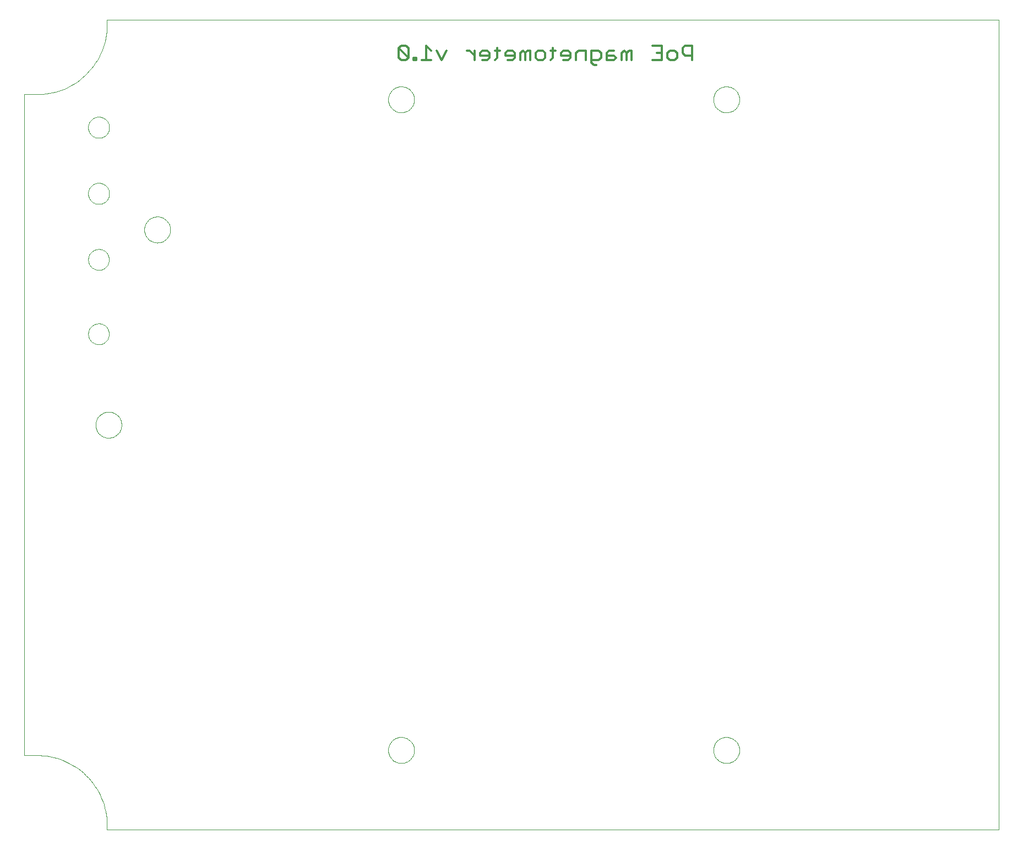
<source format=gbo>
G75*
G70*
%OFA0B0*%
%FSLAX24Y24*%
%IPPOS*%
%LPD*%
%AMOC8*
5,1,8,0,0,1.08239X$1,22.5*
%
%ADD10C,0.0120*%
%ADD11C,0.0000*%
D10*
X025987Y049735D02*
X026280Y049735D01*
X026427Y049882D01*
X025840Y050469D01*
X025840Y049882D01*
X025987Y049735D01*
X026427Y049882D02*
X026427Y050469D01*
X026280Y050616D01*
X025987Y050616D01*
X025840Y050469D01*
X026741Y049882D02*
X026741Y049735D01*
X026887Y049735D01*
X026887Y049882D01*
X026741Y049882D01*
X027221Y049735D02*
X027808Y049735D01*
X027515Y049735D02*
X027515Y050616D01*
X027808Y050322D01*
X028142Y050322D02*
X028435Y049735D01*
X028729Y050322D01*
X029977Y050322D02*
X030123Y050322D01*
X030417Y050029D01*
X030417Y050322D02*
X030417Y049735D01*
X030751Y050029D02*
X031338Y050029D01*
X031338Y050175D02*
X031191Y050322D01*
X030897Y050322D01*
X030751Y050175D01*
X030751Y050029D01*
X030897Y049735D02*
X031191Y049735D01*
X031338Y049882D01*
X031338Y050175D01*
X031658Y050322D02*
X031952Y050322D01*
X031805Y050469D02*
X031805Y049882D01*
X031658Y049735D01*
X032285Y050029D02*
X032872Y050029D01*
X032872Y050175D02*
X032726Y050322D01*
X032432Y050322D01*
X032285Y050175D01*
X032285Y050029D01*
X032432Y049735D02*
X032726Y049735D01*
X032872Y049882D01*
X032872Y050175D01*
X033206Y050175D02*
X033206Y049735D01*
X033500Y049735D02*
X033500Y050175D01*
X033353Y050322D01*
X033206Y050175D01*
X033500Y050175D02*
X033646Y050322D01*
X033793Y050322D01*
X033793Y049735D01*
X034127Y049882D02*
X034127Y050175D01*
X034274Y050322D01*
X034567Y050322D01*
X034714Y050175D01*
X034714Y049882D01*
X034567Y049735D01*
X034274Y049735D01*
X034127Y049882D01*
X035034Y049735D02*
X035181Y049882D01*
X035181Y050469D01*
X035328Y050322D02*
X035034Y050322D01*
X035662Y050175D02*
X035662Y050029D01*
X036249Y050029D01*
X036249Y050175D02*
X036102Y050322D01*
X035808Y050322D01*
X035662Y050175D01*
X035808Y049735D02*
X036102Y049735D01*
X036249Y049882D01*
X036249Y050175D01*
X036582Y050175D02*
X036582Y049735D01*
X036582Y050175D02*
X036729Y050322D01*
X037169Y050322D01*
X037169Y049735D01*
X037503Y049735D02*
X037943Y049735D01*
X038090Y049882D01*
X038090Y050175D01*
X037943Y050322D01*
X037503Y050322D01*
X037503Y049588D01*
X037650Y049441D01*
X037797Y049441D01*
X038424Y049735D02*
X038424Y050175D01*
X038571Y050322D01*
X038864Y050322D01*
X038864Y050029D02*
X038424Y050029D01*
X038424Y049735D02*
X038864Y049735D01*
X039011Y049882D01*
X038864Y050029D01*
X039345Y050175D02*
X039345Y049735D01*
X039638Y049735D02*
X039638Y050175D01*
X039491Y050322D01*
X039345Y050175D01*
X039638Y050175D02*
X039785Y050322D01*
X039932Y050322D01*
X039932Y049735D01*
X041186Y049735D02*
X041773Y049735D01*
X041773Y050616D01*
X041186Y050616D01*
X041480Y050175D02*
X041773Y050175D01*
X042107Y050175D02*
X042254Y050322D01*
X042547Y050322D01*
X042694Y050175D01*
X042694Y049882D01*
X042547Y049735D01*
X042254Y049735D01*
X042107Y049882D01*
X042107Y050175D01*
X043028Y050175D02*
X043028Y050469D01*
X043175Y050616D01*
X043615Y050616D01*
X043615Y049735D01*
X043615Y050029D02*
X043175Y050029D01*
X043028Y050175D01*
D11*
X003675Y007675D02*
X003884Y007682D01*
X004093Y007679D01*
X004301Y007665D01*
X004509Y007642D01*
X004715Y007608D01*
X004919Y007564D01*
X005121Y007510D01*
X005320Y007447D01*
X005516Y007374D01*
X005708Y007291D01*
X005895Y007199D01*
X006078Y007097D01*
X006256Y006987D01*
X006428Y006869D01*
X006594Y006742D01*
X006753Y006607D01*
X006906Y006464D01*
X007051Y006314D01*
X007189Y006157D01*
X007320Y005994D01*
X007442Y005824D01*
X007555Y005649D01*
X007660Y005468D01*
X007756Y005282D01*
X007842Y005092D01*
X007919Y004898D01*
X007987Y004700D01*
X008044Y004499D01*
X008092Y004296D01*
X008130Y004090D01*
X008157Y003883D01*
X008175Y003675D01*
X008175Y003175D01*
X062175Y003175D01*
X062175Y052175D01*
X008175Y052175D01*
X008175Y051675D01*
X008158Y051473D01*
X008132Y051272D01*
X008096Y051073D01*
X008051Y050875D01*
X007996Y050680D01*
X007932Y050488D01*
X007859Y050299D01*
X007777Y050113D01*
X007687Y049932D01*
X007588Y049756D01*
X007480Y049584D01*
X007365Y049417D01*
X007242Y049256D01*
X007111Y049102D01*
X006973Y048953D01*
X006828Y048811D01*
X006677Y048677D01*
X006519Y048550D01*
X006355Y048430D01*
X006186Y048318D01*
X006012Y048215D01*
X005833Y048120D01*
X005650Y048033D01*
X005463Y047956D01*
X005272Y047887D01*
X005079Y047827D01*
X004882Y047777D01*
X004684Y047736D01*
X004484Y047705D01*
X004282Y047683D01*
X004080Y047671D01*
X003878Y047668D01*
X003675Y047675D01*
X003175Y047675D01*
X003175Y007675D01*
X003675Y007675D01*
X025203Y007990D02*
X025205Y008046D01*
X025211Y008101D01*
X025221Y008155D01*
X025234Y008209D01*
X025252Y008262D01*
X025273Y008313D01*
X025297Y008363D01*
X025325Y008411D01*
X025357Y008457D01*
X025391Y008501D01*
X025429Y008542D01*
X025469Y008580D01*
X025512Y008615D01*
X025557Y008647D01*
X025605Y008676D01*
X025654Y008702D01*
X025705Y008724D01*
X025757Y008742D01*
X025811Y008756D01*
X025866Y008767D01*
X025921Y008774D01*
X025976Y008777D01*
X026032Y008776D01*
X026087Y008771D01*
X026142Y008762D01*
X026196Y008750D01*
X026249Y008733D01*
X026301Y008713D01*
X026351Y008689D01*
X026399Y008662D01*
X026446Y008632D01*
X026490Y008598D01*
X026532Y008561D01*
X026570Y008521D01*
X026607Y008479D01*
X026640Y008434D01*
X026669Y008388D01*
X026696Y008339D01*
X026718Y008288D01*
X026738Y008236D01*
X026753Y008182D01*
X026765Y008128D01*
X026773Y008073D01*
X026777Y008018D01*
X026777Y007962D01*
X026773Y007907D01*
X026765Y007852D01*
X026753Y007798D01*
X026738Y007744D01*
X026718Y007692D01*
X026696Y007641D01*
X026669Y007592D01*
X026640Y007546D01*
X026607Y007501D01*
X026570Y007459D01*
X026532Y007419D01*
X026490Y007382D01*
X026446Y007348D01*
X026399Y007318D01*
X026351Y007291D01*
X026301Y007267D01*
X026249Y007247D01*
X026196Y007230D01*
X026142Y007218D01*
X026087Y007209D01*
X026032Y007204D01*
X025976Y007203D01*
X025921Y007206D01*
X025866Y007213D01*
X025811Y007224D01*
X025757Y007238D01*
X025705Y007256D01*
X025654Y007278D01*
X025605Y007304D01*
X025557Y007333D01*
X025512Y007365D01*
X025469Y007400D01*
X025429Y007438D01*
X025391Y007479D01*
X025357Y007523D01*
X025325Y007569D01*
X025297Y007617D01*
X025273Y007667D01*
X025252Y007718D01*
X025234Y007771D01*
X025221Y007825D01*
X025211Y007879D01*
X025205Y007934D01*
X025203Y007990D01*
X044888Y007990D02*
X044890Y008046D01*
X044896Y008101D01*
X044906Y008155D01*
X044919Y008209D01*
X044937Y008262D01*
X044958Y008313D01*
X044982Y008363D01*
X045010Y008411D01*
X045042Y008457D01*
X045076Y008501D01*
X045114Y008542D01*
X045154Y008580D01*
X045197Y008615D01*
X045242Y008647D01*
X045290Y008676D01*
X045339Y008702D01*
X045390Y008724D01*
X045442Y008742D01*
X045496Y008756D01*
X045551Y008767D01*
X045606Y008774D01*
X045661Y008777D01*
X045717Y008776D01*
X045772Y008771D01*
X045827Y008762D01*
X045881Y008750D01*
X045934Y008733D01*
X045986Y008713D01*
X046036Y008689D01*
X046084Y008662D01*
X046131Y008632D01*
X046175Y008598D01*
X046217Y008561D01*
X046255Y008521D01*
X046292Y008479D01*
X046325Y008434D01*
X046354Y008388D01*
X046381Y008339D01*
X046403Y008288D01*
X046423Y008236D01*
X046438Y008182D01*
X046450Y008128D01*
X046458Y008073D01*
X046462Y008018D01*
X046462Y007962D01*
X046458Y007907D01*
X046450Y007852D01*
X046438Y007798D01*
X046423Y007744D01*
X046403Y007692D01*
X046381Y007641D01*
X046354Y007592D01*
X046325Y007546D01*
X046292Y007501D01*
X046255Y007459D01*
X046217Y007419D01*
X046175Y007382D01*
X046131Y007348D01*
X046084Y007318D01*
X046036Y007291D01*
X045986Y007267D01*
X045934Y007247D01*
X045881Y007230D01*
X045827Y007218D01*
X045772Y007209D01*
X045717Y007204D01*
X045661Y007203D01*
X045606Y007206D01*
X045551Y007213D01*
X045496Y007224D01*
X045442Y007238D01*
X045390Y007256D01*
X045339Y007278D01*
X045290Y007304D01*
X045242Y007333D01*
X045197Y007365D01*
X045154Y007400D01*
X045114Y007438D01*
X045076Y007479D01*
X045042Y007523D01*
X045010Y007569D01*
X044982Y007617D01*
X044958Y007667D01*
X044937Y007718D01*
X044919Y007771D01*
X044906Y007825D01*
X044896Y007879D01*
X044890Y007934D01*
X044888Y007990D01*
X007486Y027675D02*
X007488Y027731D01*
X007494Y027786D01*
X007504Y027840D01*
X007517Y027894D01*
X007535Y027947D01*
X007556Y027998D01*
X007580Y028048D01*
X007608Y028096D01*
X007640Y028142D01*
X007674Y028186D01*
X007712Y028227D01*
X007752Y028265D01*
X007795Y028300D01*
X007840Y028332D01*
X007888Y028361D01*
X007937Y028387D01*
X007988Y028409D01*
X008040Y028427D01*
X008094Y028441D01*
X008149Y028452D01*
X008204Y028459D01*
X008259Y028462D01*
X008315Y028461D01*
X008370Y028456D01*
X008425Y028447D01*
X008479Y028435D01*
X008532Y028418D01*
X008584Y028398D01*
X008634Y028374D01*
X008682Y028347D01*
X008729Y028317D01*
X008773Y028283D01*
X008815Y028246D01*
X008853Y028206D01*
X008890Y028164D01*
X008923Y028119D01*
X008952Y028073D01*
X008979Y028024D01*
X009001Y027973D01*
X009021Y027921D01*
X009036Y027867D01*
X009048Y027813D01*
X009056Y027758D01*
X009060Y027703D01*
X009060Y027647D01*
X009056Y027592D01*
X009048Y027537D01*
X009036Y027483D01*
X009021Y027429D01*
X009001Y027377D01*
X008979Y027326D01*
X008952Y027277D01*
X008923Y027231D01*
X008890Y027186D01*
X008853Y027144D01*
X008815Y027104D01*
X008773Y027067D01*
X008729Y027033D01*
X008682Y027003D01*
X008634Y026976D01*
X008584Y026952D01*
X008532Y026932D01*
X008479Y026915D01*
X008425Y026903D01*
X008370Y026894D01*
X008315Y026889D01*
X008259Y026888D01*
X008204Y026891D01*
X008149Y026898D01*
X008094Y026909D01*
X008040Y026923D01*
X007988Y026941D01*
X007937Y026963D01*
X007888Y026989D01*
X007840Y027018D01*
X007795Y027050D01*
X007752Y027085D01*
X007712Y027123D01*
X007674Y027164D01*
X007640Y027208D01*
X007608Y027254D01*
X007580Y027302D01*
X007556Y027352D01*
X007535Y027403D01*
X007517Y027456D01*
X007504Y027510D01*
X007494Y027564D01*
X007488Y027619D01*
X007486Y027675D01*
X007045Y033175D02*
X007047Y033225D01*
X007053Y033275D01*
X007063Y033324D01*
X007077Y033372D01*
X007094Y033419D01*
X007115Y033464D01*
X007140Y033508D01*
X007168Y033549D01*
X007200Y033588D01*
X007234Y033625D01*
X007271Y033659D01*
X007311Y033689D01*
X007353Y033716D01*
X007397Y033740D01*
X007443Y033761D01*
X007490Y033777D01*
X007538Y033790D01*
X007588Y033799D01*
X007637Y033804D01*
X007688Y033805D01*
X007738Y033802D01*
X007787Y033795D01*
X007836Y033784D01*
X007884Y033769D01*
X007930Y033751D01*
X007975Y033729D01*
X008018Y033703D01*
X008059Y033674D01*
X008098Y033642D01*
X008134Y033607D01*
X008166Y033569D01*
X008196Y033529D01*
X008223Y033486D01*
X008246Y033442D01*
X008265Y033396D01*
X008281Y033348D01*
X008293Y033299D01*
X008301Y033250D01*
X008305Y033200D01*
X008305Y033150D01*
X008301Y033100D01*
X008293Y033051D01*
X008281Y033002D01*
X008265Y032954D01*
X008246Y032908D01*
X008223Y032864D01*
X008196Y032821D01*
X008166Y032781D01*
X008134Y032743D01*
X008098Y032708D01*
X008059Y032676D01*
X008018Y032647D01*
X007975Y032621D01*
X007930Y032599D01*
X007884Y032581D01*
X007836Y032566D01*
X007787Y032555D01*
X007738Y032548D01*
X007688Y032545D01*
X007637Y032546D01*
X007588Y032551D01*
X007538Y032560D01*
X007490Y032573D01*
X007443Y032589D01*
X007397Y032610D01*
X007353Y032634D01*
X007311Y032661D01*
X007271Y032691D01*
X007234Y032725D01*
X007200Y032762D01*
X007168Y032801D01*
X007140Y032842D01*
X007115Y032886D01*
X007094Y032931D01*
X007077Y032978D01*
X007063Y033026D01*
X007053Y033075D01*
X007047Y033125D01*
X007045Y033175D01*
X007045Y037675D02*
X007047Y037725D01*
X007053Y037775D01*
X007063Y037824D01*
X007077Y037872D01*
X007094Y037919D01*
X007115Y037964D01*
X007140Y038008D01*
X007168Y038049D01*
X007200Y038088D01*
X007234Y038125D01*
X007271Y038159D01*
X007311Y038189D01*
X007353Y038216D01*
X007397Y038240D01*
X007443Y038261D01*
X007490Y038277D01*
X007538Y038290D01*
X007588Y038299D01*
X007637Y038304D01*
X007688Y038305D01*
X007738Y038302D01*
X007787Y038295D01*
X007836Y038284D01*
X007884Y038269D01*
X007930Y038251D01*
X007975Y038229D01*
X008018Y038203D01*
X008059Y038174D01*
X008098Y038142D01*
X008134Y038107D01*
X008166Y038069D01*
X008196Y038029D01*
X008223Y037986D01*
X008246Y037942D01*
X008265Y037896D01*
X008281Y037848D01*
X008293Y037799D01*
X008301Y037750D01*
X008305Y037700D01*
X008305Y037650D01*
X008301Y037600D01*
X008293Y037551D01*
X008281Y037502D01*
X008265Y037454D01*
X008246Y037408D01*
X008223Y037364D01*
X008196Y037321D01*
X008166Y037281D01*
X008134Y037243D01*
X008098Y037208D01*
X008059Y037176D01*
X008018Y037147D01*
X007975Y037121D01*
X007930Y037099D01*
X007884Y037081D01*
X007836Y037066D01*
X007787Y037055D01*
X007738Y037048D01*
X007688Y037045D01*
X007637Y037046D01*
X007588Y037051D01*
X007538Y037060D01*
X007490Y037073D01*
X007443Y037089D01*
X007397Y037110D01*
X007353Y037134D01*
X007311Y037161D01*
X007271Y037191D01*
X007234Y037225D01*
X007200Y037262D01*
X007168Y037301D01*
X007140Y037342D01*
X007115Y037386D01*
X007094Y037431D01*
X007077Y037478D01*
X007063Y037526D01*
X007053Y037575D01*
X007047Y037625D01*
X007045Y037675D01*
X010439Y039486D02*
X010441Y039542D01*
X010447Y039597D01*
X010457Y039651D01*
X010470Y039705D01*
X010488Y039758D01*
X010509Y039809D01*
X010533Y039859D01*
X010561Y039907D01*
X010593Y039953D01*
X010627Y039997D01*
X010665Y040038D01*
X010705Y040076D01*
X010748Y040111D01*
X010793Y040143D01*
X010841Y040172D01*
X010890Y040198D01*
X010941Y040220D01*
X010993Y040238D01*
X011047Y040252D01*
X011102Y040263D01*
X011157Y040270D01*
X011212Y040273D01*
X011268Y040272D01*
X011323Y040267D01*
X011378Y040258D01*
X011432Y040246D01*
X011485Y040229D01*
X011537Y040209D01*
X011587Y040185D01*
X011635Y040158D01*
X011682Y040128D01*
X011726Y040094D01*
X011768Y040057D01*
X011806Y040017D01*
X011843Y039975D01*
X011876Y039930D01*
X011905Y039884D01*
X011932Y039835D01*
X011954Y039784D01*
X011974Y039732D01*
X011989Y039678D01*
X012001Y039624D01*
X012009Y039569D01*
X012013Y039514D01*
X012013Y039458D01*
X012009Y039403D01*
X012001Y039348D01*
X011989Y039294D01*
X011974Y039240D01*
X011954Y039188D01*
X011932Y039137D01*
X011905Y039088D01*
X011876Y039042D01*
X011843Y038997D01*
X011806Y038955D01*
X011768Y038915D01*
X011726Y038878D01*
X011682Y038844D01*
X011635Y038814D01*
X011587Y038787D01*
X011537Y038763D01*
X011485Y038743D01*
X011432Y038726D01*
X011378Y038714D01*
X011323Y038705D01*
X011268Y038700D01*
X011212Y038699D01*
X011157Y038702D01*
X011102Y038709D01*
X011047Y038720D01*
X010993Y038734D01*
X010941Y038752D01*
X010890Y038774D01*
X010841Y038800D01*
X010793Y038829D01*
X010748Y038861D01*
X010705Y038896D01*
X010665Y038934D01*
X010627Y038975D01*
X010593Y039019D01*
X010561Y039065D01*
X010533Y039113D01*
X010509Y039163D01*
X010488Y039214D01*
X010470Y039267D01*
X010457Y039321D01*
X010447Y039375D01*
X010441Y039430D01*
X010439Y039486D01*
X007035Y041675D02*
X007037Y041725D01*
X007043Y041775D01*
X007053Y041824D01*
X007066Y041873D01*
X007084Y041920D01*
X007105Y041966D01*
X007129Y042009D01*
X007157Y042051D01*
X007188Y042091D01*
X007222Y042128D01*
X007259Y042162D01*
X007299Y042193D01*
X007341Y042221D01*
X007384Y042245D01*
X007430Y042266D01*
X007477Y042284D01*
X007526Y042297D01*
X007575Y042307D01*
X007625Y042313D01*
X007675Y042315D01*
X007725Y042313D01*
X007775Y042307D01*
X007824Y042297D01*
X007873Y042284D01*
X007920Y042266D01*
X007966Y042245D01*
X008009Y042221D01*
X008051Y042193D01*
X008091Y042162D01*
X008128Y042128D01*
X008162Y042091D01*
X008193Y042051D01*
X008221Y042009D01*
X008245Y041966D01*
X008266Y041920D01*
X008284Y041873D01*
X008297Y041824D01*
X008307Y041775D01*
X008313Y041725D01*
X008315Y041675D01*
X008313Y041625D01*
X008307Y041575D01*
X008297Y041526D01*
X008284Y041477D01*
X008266Y041430D01*
X008245Y041384D01*
X008221Y041341D01*
X008193Y041299D01*
X008162Y041259D01*
X008128Y041222D01*
X008091Y041188D01*
X008051Y041157D01*
X008009Y041129D01*
X007966Y041105D01*
X007920Y041084D01*
X007873Y041066D01*
X007824Y041053D01*
X007775Y041043D01*
X007725Y041037D01*
X007675Y041035D01*
X007625Y041037D01*
X007575Y041043D01*
X007526Y041053D01*
X007477Y041066D01*
X007430Y041084D01*
X007384Y041105D01*
X007341Y041129D01*
X007299Y041157D01*
X007259Y041188D01*
X007222Y041222D01*
X007188Y041259D01*
X007157Y041299D01*
X007129Y041341D01*
X007105Y041384D01*
X007084Y041430D01*
X007066Y041477D01*
X007053Y041526D01*
X007043Y041575D01*
X007037Y041625D01*
X007035Y041675D01*
X007035Y045675D02*
X007037Y045725D01*
X007043Y045775D01*
X007053Y045824D01*
X007066Y045873D01*
X007084Y045920D01*
X007105Y045966D01*
X007129Y046009D01*
X007157Y046051D01*
X007188Y046091D01*
X007222Y046128D01*
X007259Y046162D01*
X007299Y046193D01*
X007341Y046221D01*
X007384Y046245D01*
X007430Y046266D01*
X007477Y046284D01*
X007526Y046297D01*
X007575Y046307D01*
X007625Y046313D01*
X007675Y046315D01*
X007725Y046313D01*
X007775Y046307D01*
X007824Y046297D01*
X007873Y046284D01*
X007920Y046266D01*
X007966Y046245D01*
X008009Y046221D01*
X008051Y046193D01*
X008091Y046162D01*
X008128Y046128D01*
X008162Y046091D01*
X008193Y046051D01*
X008221Y046009D01*
X008245Y045966D01*
X008266Y045920D01*
X008284Y045873D01*
X008297Y045824D01*
X008307Y045775D01*
X008313Y045725D01*
X008315Y045675D01*
X008313Y045625D01*
X008307Y045575D01*
X008297Y045526D01*
X008284Y045477D01*
X008266Y045430D01*
X008245Y045384D01*
X008221Y045341D01*
X008193Y045299D01*
X008162Y045259D01*
X008128Y045222D01*
X008091Y045188D01*
X008051Y045157D01*
X008009Y045129D01*
X007966Y045105D01*
X007920Y045084D01*
X007873Y045066D01*
X007824Y045053D01*
X007775Y045043D01*
X007725Y045037D01*
X007675Y045035D01*
X007625Y045037D01*
X007575Y045043D01*
X007526Y045053D01*
X007477Y045066D01*
X007430Y045084D01*
X007384Y045105D01*
X007341Y045129D01*
X007299Y045157D01*
X007259Y045188D01*
X007222Y045222D01*
X007188Y045259D01*
X007157Y045299D01*
X007129Y045341D01*
X007105Y045384D01*
X007084Y045430D01*
X007066Y045477D01*
X007053Y045526D01*
X007043Y045575D01*
X007037Y045625D01*
X007035Y045675D01*
X025203Y047360D02*
X025205Y047416D01*
X025211Y047471D01*
X025221Y047525D01*
X025234Y047579D01*
X025252Y047632D01*
X025273Y047683D01*
X025297Y047733D01*
X025325Y047781D01*
X025357Y047827D01*
X025391Y047871D01*
X025429Y047912D01*
X025469Y047950D01*
X025512Y047985D01*
X025557Y048017D01*
X025605Y048046D01*
X025654Y048072D01*
X025705Y048094D01*
X025757Y048112D01*
X025811Y048126D01*
X025866Y048137D01*
X025921Y048144D01*
X025976Y048147D01*
X026032Y048146D01*
X026087Y048141D01*
X026142Y048132D01*
X026196Y048120D01*
X026249Y048103D01*
X026301Y048083D01*
X026351Y048059D01*
X026399Y048032D01*
X026446Y048002D01*
X026490Y047968D01*
X026532Y047931D01*
X026570Y047891D01*
X026607Y047849D01*
X026640Y047804D01*
X026669Y047758D01*
X026696Y047709D01*
X026718Y047658D01*
X026738Y047606D01*
X026753Y047552D01*
X026765Y047498D01*
X026773Y047443D01*
X026777Y047388D01*
X026777Y047332D01*
X026773Y047277D01*
X026765Y047222D01*
X026753Y047168D01*
X026738Y047114D01*
X026718Y047062D01*
X026696Y047011D01*
X026669Y046962D01*
X026640Y046916D01*
X026607Y046871D01*
X026570Y046829D01*
X026532Y046789D01*
X026490Y046752D01*
X026446Y046718D01*
X026399Y046688D01*
X026351Y046661D01*
X026301Y046637D01*
X026249Y046617D01*
X026196Y046600D01*
X026142Y046588D01*
X026087Y046579D01*
X026032Y046574D01*
X025976Y046573D01*
X025921Y046576D01*
X025866Y046583D01*
X025811Y046594D01*
X025757Y046608D01*
X025705Y046626D01*
X025654Y046648D01*
X025605Y046674D01*
X025557Y046703D01*
X025512Y046735D01*
X025469Y046770D01*
X025429Y046808D01*
X025391Y046849D01*
X025357Y046893D01*
X025325Y046939D01*
X025297Y046987D01*
X025273Y047037D01*
X025252Y047088D01*
X025234Y047141D01*
X025221Y047195D01*
X025211Y047249D01*
X025205Y047304D01*
X025203Y047360D01*
X044888Y047360D02*
X044890Y047416D01*
X044896Y047471D01*
X044906Y047525D01*
X044919Y047579D01*
X044937Y047632D01*
X044958Y047683D01*
X044982Y047733D01*
X045010Y047781D01*
X045042Y047827D01*
X045076Y047871D01*
X045114Y047912D01*
X045154Y047950D01*
X045197Y047985D01*
X045242Y048017D01*
X045290Y048046D01*
X045339Y048072D01*
X045390Y048094D01*
X045442Y048112D01*
X045496Y048126D01*
X045551Y048137D01*
X045606Y048144D01*
X045661Y048147D01*
X045717Y048146D01*
X045772Y048141D01*
X045827Y048132D01*
X045881Y048120D01*
X045934Y048103D01*
X045986Y048083D01*
X046036Y048059D01*
X046084Y048032D01*
X046131Y048002D01*
X046175Y047968D01*
X046217Y047931D01*
X046255Y047891D01*
X046292Y047849D01*
X046325Y047804D01*
X046354Y047758D01*
X046381Y047709D01*
X046403Y047658D01*
X046423Y047606D01*
X046438Y047552D01*
X046450Y047498D01*
X046458Y047443D01*
X046462Y047388D01*
X046462Y047332D01*
X046458Y047277D01*
X046450Y047222D01*
X046438Y047168D01*
X046423Y047114D01*
X046403Y047062D01*
X046381Y047011D01*
X046354Y046962D01*
X046325Y046916D01*
X046292Y046871D01*
X046255Y046829D01*
X046217Y046789D01*
X046175Y046752D01*
X046131Y046718D01*
X046084Y046688D01*
X046036Y046661D01*
X045986Y046637D01*
X045934Y046617D01*
X045881Y046600D01*
X045827Y046588D01*
X045772Y046579D01*
X045717Y046574D01*
X045661Y046573D01*
X045606Y046576D01*
X045551Y046583D01*
X045496Y046594D01*
X045442Y046608D01*
X045390Y046626D01*
X045339Y046648D01*
X045290Y046674D01*
X045242Y046703D01*
X045197Y046735D01*
X045154Y046770D01*
X045114Y046808D01*
X045076Y046849D01*
X045042Y046893D01*
X045010Y046939D01*
X044982Y046987D01*
X044958Y047037D01*
X044937Y047088D01*
X044919Y047141D01*
X044906Y047195D01*
X044896Y047249D01*
X044890Y047304D01*
X044888Y047360D01*
M02*

</source>
